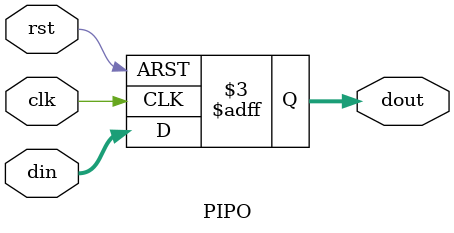
<source format=v>
module PIPO (
	din,
	clk,
	rst,
	dout
	);
input [15:0] din;
input clk,rst;
output [15:0] dout;
wire [15:0] din;
wire clk,rst;
reg [15:0] dout;
always @(posedge clk or negedge rst) begin
	if(!rst) begin
		dout <= 16'b0;
	end
	else begin
		dout <= din;
	end
end
endmodule
</source>
